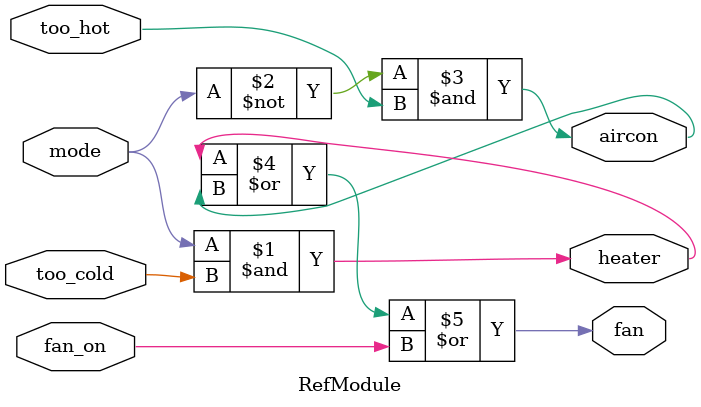
<source format=v>

module RefModule
(
  input  mode,
  input  too_cold,
  input  too_hot,
  input  fan_on,
  output heater,
  output aircon,
  output fan
);

  assign heater =  mode & too_cold;
  assign aircon = ~mode & too_hot;
  assign fan    = heater | aircon | fan_on;

endmodule


</source>
